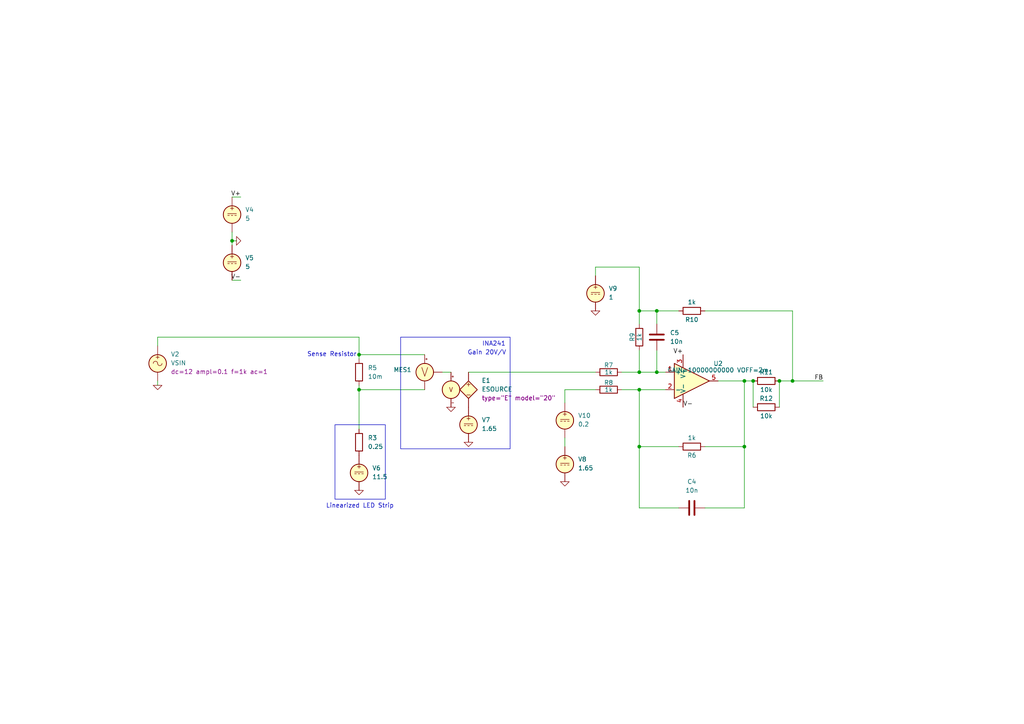
<source format=kicad_sch>
(kicad_sch (version 20231120) (generator "eeschema") (generator_version "8.0")
  (paper "A4")
  (lib_symbols
    (symbol "Device:C" (pin_numbers hide) (pin_names (offset 0.254))
      (property "Reference" "C" (at 0.635 2.54 0))
      (property "Value" "C" (at 0.635 -2.54 0))
      (symbol "C_0_1"
        (polyline (pts (xy -2.032 -0.762) (xy 2.032 -0.762)) (stroke (width 0.508)))
        (polyline (pts (xy -2.032 0.762) (xy 2.032 0.762)) (stroke (width 0.508)))
      )
      (symbol "C_1_1"
        (pin passive line (at 0 3.81 270) (length 2.794) (name "~") (number "1"))
        (pin passive line (at 0 -3.81 90) (length 2.794) (name "~") (number "2"))
      )
    )
    (symbol "Device:R" (pin_numbers hide) (pin_names (offset 0))
      (property "Reference" "R" (at 2.032 0 90))
      (property "Value" "R" (at 0 0 90))
      (symbol "R_0_1"
        (rectangle (start -1.016 -2.54) (end 1.016 2.54) (stroke (width 0.254)))
      )
      (symbol "R_1_1"
        (pin passive line (at 0 3.81 270) (length 1.27) (name "~") (number "1"))
        (pin passive line (at 0 -3.81 90) (length 1.27) (name "~") (number "2"))
      )
    )
    (symbol "Simulation_SPICE:0" (power) (pin_numbers hide) (pin_names (offset 0) hide)
      (property "Value" "0" (at 0 -2.54 0))
      (symbol "0_0_1"
        (polyline (pts (xy -1.27 0) (xy 0 -1.27) (xy 1.27 0) (xy -1.27 0)))
      )
      (symbol "0_1_1"
        (pin power_in line (at 0 0 0) (length 0) (name "~") (number "1"))
      )
    )
    (symbol "Simulation_SPICE:ESOURCE" (pin_numbers hide) (pin_names (offset 1.016) hide)
      (property "Reference" "E" (at 2.54 2.54 0))
      (property "Value" "ESOURCE" (at 2.54 0 0))
      (property "Sim.Params" "type=\"E\" model=\"1\"" (at 2.54 -2.54 0))
      (symbol "ESOURCE_0_1"
        (polyline (pts (xy 0 2.032) (xy 0 1.016)))
      )
      (symbol "ESOURCE_1_1"
        (circle (center -5.08 0) (radius 2.54) (stroke (width 0.254)) (fill (type background)))
        (polyline (pts (xy -4.826 -3.81) (xy -4.318 -3.81)))
        (polyline (pts (xy -4.826 3.81) (xy -4.318 3.81)))
        (polyline (pts (xy -4.572 4.064) (xy -4.572 3.556)))
        (polyline (pts (xy 0.508 -1.524) (xy -0.508 -1.524)))
        (polyline (pts (xy 0.508 1.524) (xy -0.508 1.524)))
        (polyline (pts (xy 0 2.54) (xy -2.54 0) (xy 0 -2.54) (xy 2.54 0) (xy 0 2.54)) (stroke (width 0.254)) (fill (type background)))
        (text "V" (at -5.08 0 0) (effects (font (size 1.27 1.27))))
        (pin passive line (at 0 5.08 270) (length 2.54) (name "N+") (number "1"))
        (pin passive line (at 0 -5.08 90) (length 2.54) (name "N-") (number "2"))
        (pin input line (at -5.08 5.08 270) (length 2.54) (name "C+") (number "3"))
        (pin input line (at -5.08 -5.08 90) (length 2.54) (name "C-") (number "4"))
      )
    )
    (symbol "Simulation_SPICE:OPAMP" (pin_names (offset 0.254))
      (property "Reference" "U" (at 3.81 3.175 0))
      (property "Value" "${SIM.PARAMS}" (at 3.81 -3.175 0))
      (symbol "OPAMP_0_1"
        (polyline (pts (xy 5.08 0) (xy -5.08 5.08) (xy -5.08 -5.08) (xy 5.08 0)) (stroke (width 0.254)) (fill (type background)))
      )
      (symbol "OPAMP_1_1"
        (pin input line (at -7.62 2.54 0) (length 2.54) (name "+") (number "1"))
        (pin input line (at -7.62 -2.54 0) (length 2.54) (name "-") (number "2"))
        (pin power_in line (at -2.54 7.62 270) (length 3.81) (name "V+") (number "3"))
        (pin power_in line (at -2.54 -7.62 90) (length 3.81) (name "V-") (number "4"))
        (pin output line (at 7.62 0 180) (length 2.54) (name "~") (number "5"))
      )
    )
    (symbol "Simulation_SPICE:VDC" (pin_numbers hide) (pin_names (offset 0.0254))
      (property "Reference" "V" (at 2.54 2.54 0))
      (property "Value" "1" (at 2.54 0 0))
      (symbol "VDC_0_0"
        (polyline (pts (xy -1.27 0.254) (xy 1.27 0.254)))
        (polyline (pts (xy -0.762 -0.254) (xy -1.27 -0.254)))
        (polyline (pts (xy 0.254 -0.254) (xy -0.254 -0.254)))
        (polyline (pts (xy 1.27 -0.254) (xy 0.762 -0.254)))
        (text "+" (at 0 1.905 0) (effects (font (size 1.27 1.27))))
      )
      (symbol "VDC_0_1"
        (circle (center 0 0) (radius 2.54) (stroke (width 0.254)) (fill (type background)))
      )
      (symbol "VDC_1_1"
        (pin passive line (at 0 5.08 270) (length 2.54) (name "~") (number "1"))
        (pin passive line (at 0 -5.08 90) (length 2.54) (name "~") (number "2"))
      )
    )
    (symbol "Simulation_SPICE:VOLTMETER_DIFF" (pin_numbers hide) (pin_names (offset 0.0254) hide) (in_bom no) (on_board no)
      (property "Reference" "MES?" (at -10.16 0 0))
      (symbol "VOLTMETER_DIFF_0_0"
        (text "V" (at 0 0 0) (effects (font (size 2.54 2.54))))
      )
      (symbol "VOLTMETER_DIFF_0_1"
        (polyline (pts (xy 0.254 3.81) (xy 0.762 3.81)))
        (polyline (pts (xy 0.508 4.064) (xy 0.508 3.556)))
        (circle (center 0 0) (radius 2.54) (stroke (width 0.254)) (fill (type background)))
      )
      (symbol "VOLTMETER_DIFF_1_1"
        (pin passive line (at 0 5.08 270) (length 2.54) (name "+") (number "1"))
        (pin passive line (at 0 -5.08 90) (length 2.54) (name "-") (number "2"))
        (pin output line (at 5.08 0 180) (length 2.54) (name "out") (number "3"))
      )
    )
    (symbol "Simulation_SPICE:VSIN" (pin_numbers hide) (pin_names (offset 0.0254))
      (property "Reference" "V" (at 2.54 2.54 0))
      (property "Value" "VSIN" (at 2.54 0 0))
      (property "Sim.Params" "dc=0 ampl=1 f=1k ac=1" (at 2.54 -2.54 0))
      (symbol "VSIN_0_0"
        (arc (start 0 0) (mid -0.635 0.6323) (end -1.27 0))
        (arc (start 0 0) (mid 0.635 -0.6323) (end 1.27 0))
        (text "+" (at 0 1.905 0) (effects (font (size 1.27 1.27))))
      )
      (symbol "VSIN_0_1"
        (circle (center 0 0) (radius 2.54) (stroke (width 0.254)) (fill (type background)))
      )
      (symbol "VSIN_1_1"
        (pin passive line (at 0 5.08 270) (length 2.54) (name "~") (number "1"))
        (pin passive line (at 0 -5.08 90) (length 2.54) (name "~") (number "2"))
      )
    )
    (symbol "rflib:R" (pin_numbers hide) (pin_names (offset 0))
      (property "Reference" "R" (at 2.032 0 90))
      (property "Value" "R" (at 0 0 90))
      (symbol "R_0_1"
        (rectangle (start -1.016 -2.54) (end 1.016 2.54) (stroke (width 0.254)))
      )
      (symbol "R_1_1"
        (pin passive line (at 0 3.81 270) (length 1.27) (name "~") (number "1"))
        (pin passive line (at 0 -3.81 90) (length 1.27) (name "~") (number "2"))
      )
    )
  )
  (junction (at 215.9 129.54))
  (junction (at 185.42 90.17))
  (junction (at 67.31 69.85))
  (junction (at 215.9 110.49))
  (junction (at 190.5 107.95))
  (junction (at 104.14 113.03))
  (junction (at 185.42 107.95))
  (junction (at 185.42 113.03))
  (junction (at 226.06 110.49))
  (junction (at 190.5 90.17))
  (junction (at 104.14 102.87))
  (junction (at 229.87 110.49))
  (junction (at 218.44 110.49))
  (junction (at 185.42 129.54))
  (wire (pts (xy 45.72 97.79) (xy 104.14 97.79)))
  (wire (pts (xy 67.31 69.85) (xy 68.58 69.85)))
  (wire (pts (xy 204.47 90.17) (xy 229.87 90.17)))
  (wire (pts (xy 185.42 90.17) (xy 185.42 93.98)))
  (wire (pts (xy 185.42 101.6) (xy 185.42 107.95)))
  (wire (pts (xy 172.72 80.01) (xy 172.72 77.47)))
  (wire (pts (xy 67.31 57.15) (xy 69.85 57.15)))
  (wire (pts (xy 104.14 111.76) (xy 104.14 113.03)))
  (wire (pts (xy 128.27 107.95) (xy 130.81 107.95)))
  (wire (pts (xy 215.9 147.32) (xy 204.47 147.32)))
  (wire (pts (xy 104.14 102.87) (xy 123.19 102.87)))
  (wire (pts (xy 185.42 113.03) (xy 185.42 129.54)))
  (wire (pts (xy 135.89 107.95) (xy 172.72 107.95)))
  (wire (pts (xy 218.44 110.49) (xy 218.44 118.11)))
  (wire (pts (xy 104.14 102.87) (xy 104.14 104.14)))
  (wire (pts (xy 226.06 110.49) (xy 229.87 110.49)))
  (wire (pts (xy 67.31 71.12) (xy 67.31 69.85)))
  (wire (pts (xy 172.72 113.03) (xy 163.83 113.03)))
  (wire (pts (xy 163.83 127) (xy 163.83 129.54)))
  (wire (pts (xy 229.87 90.17) (xy 229.87 110.49)))
  (wire (pts (xy 45.72 100.33) (xy 45.72 97.79)))
  (wire (pts (xy 185.42 129.54) (xy 196.85 129.54)))
  (wire (pts (xy 204.47 129.54) (xy 215.9 129.54)))
  (wire (pts (xy 185.42 113.03) (xy 193.04 113.03)))
  (wire (pts (xy 215.9 110.49) (xy 208.28 110.49)))
  (wire (pts (xy 190.5 107.95) (xy 193.04 107.95)))
  (wire (pts (xy 215.9 129.54) (xy 215.9 110.49)))
  (wire (pts (xy 180.34 107.95) (xy 185.42 107.95)))
  (wire (pts (xy 185.42 77.47) (xy 185.42 90.17)))
  (wire (pts (xy 190.5 90.17) (xy 190.5 93.98)))
  (wire (pts (xy 104.14 97.79) (xy 104.14 102.87)))
  (wire (pts (xy 215.9 129.54) (xy 215.9 147.32)))
  (wire (pts (xy 190.5 101.6) (xy 190.5 107.95)))
  (wire (pts (xy 67.31 69.85) (xy 67.31 67.31)))
  (wire (pts (xy 45.72 110.49) (xy 45.72 111.76)))
  (wire (pts (xy 226.06 110.49) (xy 226.06 118.11)))
  (wire (pts (xy 67.31 81.28) (xy 69.85 81.28)))
  (wire (pts (xy 172.72 77.47) (xy 185.42 77.47)))
  (wire (pts (xy 104.14 113.03) (xy 104.14 124.46)))
  (wire (pts (xy 185.42 90.17) (xy 190.5 90.17)))
  (wire (pts (xy 185.42 107.95) (xy 190.5 107.95)))
  (wire (pts (xy 215.9 110.49) (xy 218.44 110.49)))
  (wire (pts (xy 104.14 113.03) (xy 123.19 113.03)))
  (wire (pts (xy 185.42 147.32) (xy 185.42 129.54)))
  (wire (pts (xy 196.85 147.32) (xy 185.42 147.32)))
  (wire (pts (xy 180.34 113.03) (xy 185.42 113.03)))
  (wire (pts (xy 190.5 90.17) (xy 196.85 90.17)))
  (wire (pts (xy 163.83 113.03) (xy 163.83 116.84)))
  (wire (pts (xy 229.87 110.49) (xy 238.76 110.49)))
  (rectangle (start 97.155 123.19) (end 111.76 144.78))
  (rectangle (start 116.205 97.79) (end 147.955 130.175))
  (text "Sense Resistor" (at 96.266 102.87 0) (effects (font (size 1.27 1.27))))
  (text "Linearized LED Strip" (at 104.394 146.812 0) (effects (font (size 1.27 1.27))))
  (text "INA241" (at 143.256 99.822 0) (effects (font (size 1.27 1.27))))
  (text "Gain 20V/V" (at 141.224 102.362 0) (effects (font (size 1.27 1.27))))
  (label "V+" (at 69.85 57.15 180))
  (label "V+" (at 198.12 102.87 180))
  (label "FB" (at 238.76 110.49 180))
  (label "V-" (at 69.85 81.28 180))
  (label "V-" (at 198.12 118.11 0))
  (symbol (lib_id "Simulation_SPICE:VSIN") (at 45.72 105.41 0) (unit 1)
    (property "Reference" "V2" (at 49.53 102.7401 0) (effects (justify left)))
    (property "Value" "VSIN" (at 49.53 105.2801 0) (effects (justify left)))
    (property "Datasheet" "https://ngspice.sourceforge.io/docs/ngspice-html-manual/manual.xhtml#sec_Independent_Sources_for" (effects (hide yes)))
    (property "Description" "Voltage source, sinusoidal" (effects (hide yes)))
    (property "Sim.Pins" "1=+ 2=-" (effects (hide yes)))
    (property "Sim.Params" "dc=12 ampl=0.1 f=1k ac=1" (at 49.53 107.8201 0) (effects (justify left)))
    (property "Sim.Type" "SIN" (effects (hide yes)))
    (property "Sim.Device" "V" (effects (hide yes)))
  )
  (symbol (lib_id "Simulation_SPICE:VDC") (at 67.31 62.23 0) (unit 1)
    (property "Reference" "V4" (at 71.12 60.8301 0) (effects (justify left)))
    (property "Value" "5" (at 71.12 63.3701 0) (effects (justify left)))
    (property "Datasheet" "https://ngspice.sourceforge.io/docs/ngspice-html-manual/manual.xhtml#sec_Independent_Sources_for" (effects (hide yes)))
    (property "Description" "Voltage source, DC" (effects (hide yes)))
    (property "Sim.Pins" "1=+ 2=-" (effects (hide yes)))
    (property "Sim.Type" "DC" (effects (hide yes)))
    (property "Sim.Device" "V" (effects (hide yes)))
  )
  (symbol (lib_id "Device:R") (at 104.14 107.95 0) (unit 1)
    (property "Reference" "R5" (at 106.68 106.6799 0) (effects (justify left)))
    (property "Value" "10m" (at 106.68 109.2199 0) (effects (justify left)))
    (property "Description" "Resistor" (effects (hide yes)))
  )
  (symbol (lib_id "Simulation_SPICE:0") (at 130.81 118.11 0) (unit 1)
    (property "Reference" "#GND08" (effects (hide yes)))
    (property "Value" "0" (effects (hide yes)))
    (property "Datasheet" "https://ngspice.sourceforge.io/docs/ngspice-html-manual/manual.xhtml#subsec_Circuit_elements__device" (effects (hide yes)))
    (property "Description" "0V reference potential for simulation" (effects (hide yes)))
  )
  (symbol (lib_id "Device:C") (at 200.66 147.32 270) (unit 1)
    (property "Reference" "C4" (at 200.66 139.7 90))
    (property "Value" "10n" (at 200.66 142.24 90))
    (property "Description" "Unpolarized capacitor" (effects (hide yes)))
  )
  (symbol (lib_id "Simulation_SPICE:VDC") (at 67.31 76.2 0) (unit 1)
    (property "Reference" "V5" (at 71.12 74.8001 0) (effects (justify left)))
    (property "Value" "5" (at 71.12 77.3401 0) (effects (justify left)))
    (property "Datasheet" "https://ngspice.sourceforge.io/docs/ngspice-html-manual/manual.xhtml#sec_Independent_Sources_for" (effects (hide yes)))
    (property "Description" "Voltage source, DC" (effects (hide yes)))
    (property "Sim.Pins" "1=+ 2=-" (effects (hide yes)))
    (property "Sim.Type" "DC" (effects (hide yes)))
    (property "Sim.Device" "V" (effects (hide yes)))
  )
  (symbol (lib_id "rflib:R") (at 176.53 113.03 270) (unit 1)
    (property "Reference" "R8" (at 176.53 110.998 90))
    (property "Value" "1k" (at 176.53 113.03 90))
    (property "Footprint" "Resistor_SMD:R_0603_1608Metric" (effects (hide yes)))
    (property "Description" "Resistor" (effects (hide yes)))
    (property "LCSC" "C21190" (effects (hide yes)))
  )
  (symbol (lib_id "Device:C") (at 190.5 97.79 180) (unit 1)
    (property "Reference" "C5" (at 194.31 96.5199 0) (effects (justify right)))
    (property "Value" "10n" (at 194.31 99.0599 0) (effects (justify right)))
    (property "Description" "Unpolarized capacitor" (effects (hide yes)))
  )
  (symbol (lib_id "Simulation_SPICE:0") (at 68.58 69.85 90) (unit 1)
    (property "Reference" "#GND012" (effects (hide yes)))
    (property "Value" "0" (effects (hide yes)))
    (property "Datasheet" "https://ngspice.sourceforge.io/docs/ngspice-html-manual/manual.xhtml#subsec_Circuit_elements__device" (effects (hide yes)))
    (property "Description" "0V reference potential for simulation" (effects (hide yes)))
  )
  (symbol (lib_id "Simulation_SPICE:VDC") (at 172.72 85.09 0) (unit 1)
    (property "Reference" "V9" (at 176.53 83.6901 0) (effects (justify left)))
    (property "Value" "1" (at 176.53 86.2301 0) (effects (justify left)))
    (property "Datasheet" "https://ngspice.sourceforge.io/docs/ngspice-html-manual/manual.xhtml#sec_Independent_Sources_for" (effects (hide yes)))
    (property "Description" "Voltage source, DC" (effects (hide yes)))
    (property "Sim.Pins" "1=+ 2=-" (effects (hide yes)))
    (property "Sim.Type" "DC" (effects (hide yes)))
    (property "Sim.Device" "V" (effects (hide yes)))
  )
  (symbol (lib_id "Simulation_SPICE:ESOURCE") (at 135.89 113.03 0) (unit 1)
    (property "Reference" "E1" (at 139.7 110.3629 0) (effects (justify left)))
    (property "Value" "ESOURCE" (at 139.7 112.9029 0) (effects (justify left)))
    (property "Datasheet" "https://ngspice.sourceforge.io/docs/ngspice-html-manual/manual.xhtml#subsec_Exxxx__Linear_Voltage_Controlled" (effects (hide yes)))
    (property "Description" "Voltage-controlled voltage source symbol for simulation only" (effects (hide yes)))
    (property "Sim.Device" "SPICE" (effects (hide yes)))
    (property "Sim.Params" "type=\"E\" model=\"20\"" (at 139.7 115.4429 0) (effects (justify left)))
  )
  (symbol (lib_id "Simulation_SPICE:0") (at 135.89 128.27 0) (unit 1)
    (property "Reference" "#GND09" (effects (hide yes)))
    (property "Value" "0" (effects (hide yes)))
    (property "Datasheet" "https://ngspice.sourceforge.io/docs/ngspice-html-manual/manual.xhtml#subsec_Circuit_elements__device" (effects (hide yes)))
    (property "Description" "0V reference potential for simulation" (effects (hide yes)))
  )
  (symbol (lib_id "rflib:R") (at 200.66 129.54 270) (unit 1)
    (property "Reference" "R6" (at 200.66 132.08 90))
    (property "Value" "1k" (at 200.66 127 90))
    (property "Footprint" "Resistor_SMD:R_0603_1608Metric" (effects (hide yes)))
    (property "Description" "Resistor" (effects (hide yes)))
    (property "LCSC" "C21190" (effects (hide yes)))
  )
  (symbol (lib_id "Simulation_SPICE:VDC") (at 135.89 123.19 0) (unit 1)
    (property "Reference" "V7" (at 139.7 121.7901 0) (effects (justify left)))
    (property "Value" "1.65" (at 139.7 124.3301 0) (effects (justify left)))
    (property "Datasheet" "https://ngspice.sourceforge.io/docs/ngspice-html-manual/manual.xhtml#sec_Independent_Sources_for" (effects (hide yes)))
    (property "Description" "Voltage source, DC" (effects (hide yes)))
    (property "Sim.Pins" "1=+ 2=-" (effects (hide yes)))
    (property "Sim.Type" "DC" (effects (hide yes)))
    (property "Sim.Device" "V" (effects (hide yes)))
  )
  (symbol (lib_id "Simulation_SPICE:VDC") (at 104.14 137.16 0) (unit 1)
    (property "Reference" "V6" (at 107.95 135.7601 0) (effects (justify left)))
    (property "Value" "11.5" (at 107.95 138.3001 0) (effects (justify left)))
    (property "Datasheet" "https://ngspice.sourceforge.io/docs/ngspice-html-manual/manual.xhtml#sec_Independent_Sources_for" (effects (hide yes)))
    (property "Description" "Voltage source, DC" (effects (hide yes)))
    (property "Sim.Pins" "1=+ 2=-" (effects (hide yes)))
    (property "Sim.Type" "DC" (effects (hide yes)))
    (property "Sim.Device" "V" (effects (hide yes)))
  )
  (symbol (lib_id "rflib:R") (at 176.53 107.95 270) (unit 1)
    (property "Reference" "R7" (at 176.53 105.918 90))
    (property "Value" "1k" (at 176.53 107.95 90))
    (property "Footprint" "Resistor_SMD:R_0603_1608Metric" (effects (hide yes)))
    (property "Description" "Resistor" (effects (hide yes)))
    (property "LCSC" "C21190" (effects (hide yes)))
  )
  (symbol (lib_id "Device:R") (at 104.14 128.27 0) (unit 1)
    (property "Reference" "R3" (at 106.68 126.9999 0) (effects (justify left)))
    (property "Value" "0.25" (at 106.68 129.5399 0) (effects (justify left)))
    (property "Description" "Resistor" (effects (hide yes)))
  )
  (symbol (lib_id "rflib:R") (at 222.25 110.49 90) (unit 1)
    (property "Reference" "R11" (at 222.25 107.95 90))
    (property "Value" "10k" (at 222.25 113.03 90))
    (property "Footprint" "Resistor_SMD:R_0603_1608Metric" (effects (hide yes)))
    (property "Description" "Resistor" (effects (hide yes)))
    (property "LCSC" "C21190" (effects (hide yes)))
  )
  (symbol (lib_id "rflib:R") (at 185.42 97.79 0) (unit 1)
    (property "Reference" "R9" (at 183.388 97.79 90))
    (property "Value" "1k" (at 185.42 97.79 90))
    (property "Footprint" "Resistor_SMD:R_0603_1608Metric" (effects (hide yes)))
    (property "Description" "Resistor" (effects (hide yes)))
    (property "LCSC" "C21190" (effects (hide yes)))
  )
  (symbol (lib_id "Simulation_SPICE:OPAMP") (at 200.66 110.49 0) (unit 1)
    (property "Reference" "U2" (at 208.28 105.4414 0))
    (property "Value" "${SIM.PARAMS}" (at 208.28 107.3465 0))
    (property "Datasheet" "https://ngspice.sourceforge.io/docs/ngspice-html-manual/manual.xhtml#sec__SUBCKT_Subcircuits" (effects (hide yes)))
    (property "Description" "Operational amplifier, single, node sequence=1:+ 2:- 3:OUT 4:V+ 5:V-" (effects (hide yes)))
    (property "Sim.Pins" "1=in+ 2=in- 3=vcc 4=vee 5=out" (effects (hide yes)))
    (property "Sim.Device" "SUBCKT" (effects (hide yes)))
    (property "Sim.Library" "${KICAD8_SYMBOL_DIR}/Simulation_SPICE.sp" (effects (hide yes)))
    (property "Sim.Name" "kicad_builtin_opamp" (effects (hide yes)))
    (property "Sim.Params" "GAIN=10000000000 VOFF=2m" (effects (hide yes)))
  )
  (symbol (lib_id "Simulation_SPICE:VDC") (at 163.83 121.92 0) (unit 1)
    (property "Reference" "V10" (at 167.64 120.5201 0) (effects (justify left)))
    (property "Value" "0.2" (at 167.64 123.0601 0) (effects (justify left)))
    (property "Datasheet" "https://ngspice.sourceforge.io/docs/ngspice-html-manual/manual.xhtml#sec_Independent_Sources_for" (effects (hide yes)))
    (property "Description" "Voltage source, DC" (effects (hide yes)))
    (property "Sim.Pins" "1=+ 2=-" (effects (hide yes)))
    (property "Sim.Type" "DC" (effects (hide yes)))
    (property "Sim.Device" "V" (effects (hide yes)))
  )
  (symbol (lib_id "Simulation_SPICE:VDC") (at 163.83 134.62 0) (unit 1)
    (property "Reference" "V8" (at 167.64 133.2201 0) (effects (justify left)))
    (property "Value" "1.65" (at 167.64 135.7601 0) (effects (justify left)))
    (property "Datasheet" "https://ngspice.sourceforge.io/docs/ngspice-html-manual/manual.xhtml#sec_Independent_Sources_for" (effects (hide yes)))
    (property "Description" "Voltage source, DC" (effects (hide yes)))
    (property "Sim.Pins" "1=+ 2=-" (effects (hide yes)))
    (property "Sim.Type" "DC" (effects (hide yes)))
    (property "Sim.Device" "V" (effects (hide yes)))
  )
  (symbol (lib_id "rflib:R") (at 222.25 118.11 90) (unit 1)
    (property "Reference" "R12" (at 222.25 115.57 90))
    (property "Value" "10k" (at 222.25 120.65 90))
    (property "Footprint" "Resistor_SMD:R_0603_1608Metric" (effects (hide yes)))
    (property "Description" "Resistor" (effects (hide yes)))
    (property "LCSC" "C21190" (effects (hide yes)))
  )
  (symbol (lib_id "rflib:R") (at 200.66 90.17 270) (unit 1)
    (property "Reference" "R10" (at 200.66 92.71 90))
    (property "Value" "1k" (at 200.66 87.63 90))
    (property "Footprint" "Resistor_SMD:R_0603_1608Metric" (effects (hide yes)))
    (property "Description" "Resistor" (effects (hide yes)))
    (property "LCSC" "C21190" (effects (hide yes)))
  )
  (symbol (lib_id "Simulation_SPICE:0") (at 172.72 90.17 0) (unit 1)
    (property "Reference" "#GND011" (effects (hide yes)))
    (property "Value" "0" (effects (hide yes)))
    (property "Datasheet" "https://ngspice.sourceforge.io/docs/ngspice-html-manual/manual.xhtml#subsec_Circuit_elements__device" (effects (hide yes)))
    (property "Description" "0V reference potential for simulation" (effects (hide yes)))
  )
  (symbol (lib_id "Simulation_SPICE:0") (at 104.14 142.24 0) (unit 1)
    (property "Reference" "#GND07" (effects (hide yes)))
    (property "Value" "0" (effects (hide yes)))
    (property "Datasheet" "https://ngspice.sourceforge.io/docs/ngspice-html-manual/manual.xhtml#subsec_Circuit_elements__device" (effects (hide yes)))
    (property "Description" "0V reference potential for simulation" (effects (hide yes)))
  )
  (symbol (lib_id "Simulation_SPICE:0") (at 45.72 111.76 0) (unit 1)
    (property "Reference" "#GND06" (effects (hide yes)))
    (property "Value" "0" (effects (hide yes)))
    (property "Datasheet" "https://ngspice.sourceforge.io/docs/ngspice-html-manual/manual.xhtml#subsec_Circuit_elements__device" (effects (hide yes)))
    (property "Description" "0V reference potential for simulation" (effects (hide yes)))
  )
  (symbol (lib_id "Simulation_SPICE:VOLTMETER_DIFF") (at 123.19 107.95 0) (unit 1) (in_bom no) (on_board no)
    (property "Reference" "MES1" (at 119.38 107.2514 0) (effects (justify right)))
    (property "Value" "VOLTMETER_DIFF" (effects (hide yes)))
    (property "Datasheet" "https://ngspice.sourceforge.io/docs/ngspice-html-manual/manual.xhtml#sec__SUBCKT_Subcircuits" (effects (hide yes)))
    (property "Description" "Differential voltmeter for simulation. The sensed differential voltage can be measured on the third terminal as a single-ended voltage" (effects (hide yes)))
    (property "Sim.Name" "kicad_builtin_vdiff" (effects (hide yes)))
    (property "Sim.Device" "SUBCKT" (effects (hide yes)))
    (property "Sim.Pins" "1=1 2=2 3=3" (effects (hide yes)))
    (property "Sim.Library" "${KICAD8_SYMBOL_DIR}/Simulation_SPICE.sp" (effects (hide yes)))
  )
  (symbol (lib_id "Simulation_SPICE:0") (at 163.83 139.7 0) (unit 1)
    (property "Reference" "#GND010" (effects (hide yes)))
    (property "Value" "0" (effects (hide yes)))
    (property "Datasheet" "https://ngspice.sourceforge.io/docs/ngspice-html-manual/manual.xhtml#subsec_Circuit_elements__device" (effects (hide yes)))
    (property "Description" "0V reference potential for simulation" (effects (hide yes)))
  )
)
</source>
